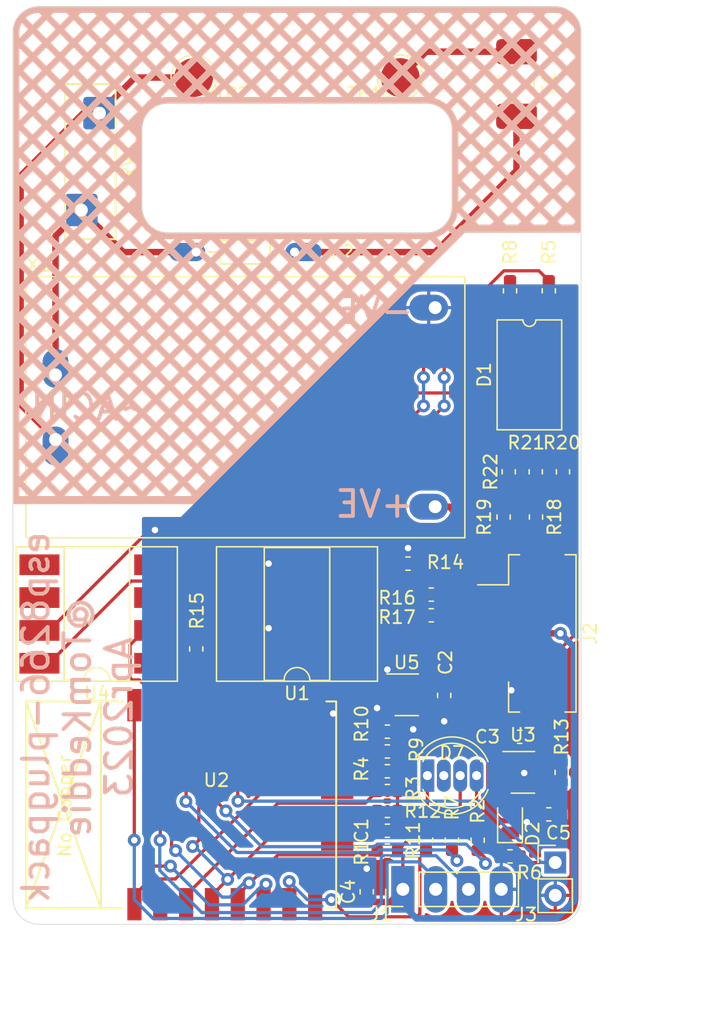
<source format=kicad_pcb>
(kicad_pcb (version 20221018) (generator pcbnew)
  (layers (0 "F.Cu" signal) (31 "B.Cu" signal) (34 "B.Paste" user) (35 "F.Paste" user) (36 "B.SilkS" user "B.Silkscreen") (37 "F.SilkS" user "F.Silkscreen") (38 "B.Mask" user) (39 "F.Mask" user) (44 "Edge.Cuts" user))
  (net 0 "")
  (net 1 "/GPIO16")
  (net 2 "GND")
  (net 3 "+5V")
  (net 4 "+3.3V")
  (net 5 "Net-(D1-+)")
  (net 6 "Net-(D1--)")
  (net 7 "/AC16B")
  (net 8 "/AC16A")
  (net 9 "Net-(D2-K)")
  (net 10 "Net-(D7-RK)")
  (net 11 "Net-(D7-GK)")
  (net 12 "Net-(D7-BK)")
  (net 13 "Net-(F1-Pad1)")
  (net 14 "Net-(F1-Pad2)")
  (net 15 "Net-(X1-ACIN1)")
  (net 16 "/TXD")
  (net 17 "/RXD")
  (net 18 "/GPIO0")
  (net 19 "/GPIO14")
  (net 20 "/GPIO4")
  (net 21 "/CH_PD")
  (net 22 "/REST")
  (net 23 "Net-(R5-Pad2)")
  (net 24 "/GPIO5")
  (net 25 "Net-(R8-Pad1)")
  (net 26 "/GPIO2")
  (net 27 "/GPIO15")
  (net 28 "/GPIO13")
  (net 29 "Net-(U3-VOUT)")
  (net 30 "Net-(R14-Pad2)")
  (net 31 "Net-(R15-Pad1)")
  (net 32 "Net-(X1-ACIN2)")
  (net 33 "/DC14IN")
  (net 35 "/GPIO12")
  (net 37 "/DC12OUT")
  (net 38 "/DC12OUT_5V")
  (net 39 "VCC")
  (net 40 "Net-(J2-Pin_2)")
  (net 41 "Net-(J2-Pin_3)")
  (footprint "tom-mechanical:TestPoint_Pad_D3.0mm" (layer "F.Cu") (at 108 70)
    (fp_text reference "TP1")
    (fp_text value "AC_L")
  )
  (footprint "tom-passives:R_0603_1608Metric" (layer "F.Cu") (at 120.6 100.5 -90)
    (fp_text reference "R20")
    (fp_text value "0")
  )
  (footprint "tom-passives:RV_Disc_D12mm_W3.9mm_P7.5mm" (layer "F.Cu") (at 83.3 80.25 90)
    (fp_text reference "RV1")
    (fp_text value "MOV-10D561K")
  )
  (footprint "tom-passives:R_0603_1608Metric" (layer "F.Cu") (at 113.99 129 -90)
    (fp_text reference "R2")
    (fp_text value "1k")
  )
  (footprint "tom-passives:R_0603_1608Metric" (layer "F.Cu") (at 116.4 100.5 -90)
    (fp_text reference "R22")
    (fp_text value "0")
  )
  (footprint "tom-semiconductors:SOT-23-5" (layer "F.Cu") (at 117.5 123.75)
    (fp_text reference "U3")
    (fp_text value "AP2112K-3.3")
  )
  (footprint "tom-passives:R_0603_1608Metric" (layer "F.Cu") (at 120.5 123.75 -90)
    (fp_text reference "R13")
    (fp_text value "0")
  )
  (footprint "tom-passives:R_0603_1608Metric" (layer "F.Cu") (at 110.4 110)
    (fp_text reference "R16")
    (fp_text value "0")
  )
  (footprint "tom-passives:C_0603_1608Metric" (layer "F.Cu") (at 105.4 132.9875 90)
    (fp_text reference "C4")
    (fp_text value "10uF,10V,X5R ")
  )
  (footprint "tom-passives:R_0603_1608Metric" (layer "F.Cu") (at 112 129 -90)
    (fp_text reference "R7")
    (fp_text value "1k")
  )
  (footprint "tom-passives:C_0603_1608Metric" (layer "F.Cu") (at 111.4 117.8 -90)
    (fp_text reference "C2")
    (fp_text value "100nF,50V,X7R ")
  )
  (footprint "tom-semiconductors:DIP-8_W8.89mm_SMDSocket_LongPads" (layer "F.Cu") (at 84.5 111.5 180)
    (fp_text reference "U4")
    (fp_text value "LTV-826S")
  )
  (footprint "tom-passives:R_0603_1608Metric" (layer "F.Cu") (at 110 129 -90)
    (fp_text reference "R11")
    (fp_text value "1k")
  )
  (footprint "tom-opto:LED_D5.0mm-4_RGB" (layer "F.Cu") (at 110.1 124)
    (fp_text reference "D7")
    (fp_text value "LED_RGBA")
  )
  (footprint "tom-connectors:PinHeader_1x04_P2.54mm_Vertical" (layer "F.Cu") (at 108.2 132.8 90)
    (fp_text reference "J1")
    (fp_text value "Conn_01x04")
  )
  (footprint "tom-modules:ESP-12E_SMD" (layer "F.Cu") (at 87.4125 133.25 90)
    (fp_text reference "U2")
    (fp_text value "ESP-12" hide)
  )
  (footprint "tom-passives:R_0603_1608Metric" (layer "F.Cu") (at 118.51 104 -90)
    (fp_text reference "R18")
    (fp_text value "0")
  )
  (footprint "tom-connectors:PinHeader_1x02_P2.54mm_Vertical" (layer "F.Cu") (at 120 130.725)
    (fp_text reference "J3")
    (fp_text value "Conn_01x02")
  )
  (footprint "tom-passives:C_0603_1608Metric" (layer "F.Cu") (at 107 128.266665)
    (fp_text reference "C1")
    (fp_text value "1uF,50V,X5R ")
  )
  (footprint "tom-passives:R_0603_1608Metric" (layer "F.Cu") (at 107 120.6)
    (fp_text reference "R10")
    (fp_text value "10k")
  )
  (footprint "tom-semiconductors:Diode_Bridge_MBnnS" (layer "F.Cu") (at 118 93)
    (fp_text reference "D1")
    (fp_text value "MB10S")
  )
  (footprint "tom-passives:R_0603_1608Metric" (layer "F.Cu") (at 107 125.199999 180)
    (fp_text reference "R3")
    (fp_text value "10k")
  )
  (footprint "tom-passives:C_0603_1608Metric" (layer "F.Cu") (at 117.25 121)
    (fp_text reference "C3")
    (fp_text value "10uF,25V,X5R ")
  )
  (footprint "tom-semiconductors:SOT-23-5" (layer "F.Cu") (at 108.5 117.75)
    (fp_text reference "U5")
    (fp_text value "74LVC1G125")
  )
  (footprint "tom-mechanical:TestPoint_Pad_D3.0mm" (layer "F.Cu") (at 92 70)
    (fp_text reference "TP2")
    (fp_text value "AC_N")
  )
  (footprint "tom-passives:Fuse_2410" (layer "F.Cu") (at 117 70.5 -90)
    (fp_text reference "F1")
    (fp_text value "100mA")
  )
  (footprint "tom-passives:R_0603_1608Metric" (layer "F.Cu") (at 107 123.666666 180)
    (fp_text reference "R4")
    (fp_text value "10k")
  )
  (footprint "tom-passives:C_0603_1608Metric" (layer "F.Cu") (at 119.5 127 180)
    (fp_text reference "C5")
    (fp_text value "10uF,25V,X5R ")
  )
  (footprint "tom-connectors:JST_PH_B4B-PH-SM4-TB_1x04-1MP_P2.00mm_Vertical" (layer "F.Cu") (at 117.25 113 -90)
    (fp_text reference "J2")
    (fp_text value "Conn_01x04")
  )
  (footprint "tom-passives:R_0603_1608Metric" (layer "F.Cu") (at 118.49 100.5 -90)
    (fp_text reference "R21")
    (fp_text value "0")
  )
  (footprint "tom-modules:HLK-PMxx" (layer "F.Cu") (at 96 95.5)
    (fp_text reference "X1")
    (fp_text value "HLK-PM01/03")
  )
  (footprint "tom-passives:R_0603_1608Metric" (layer "F.Cu") (at 110.4 111.6)
    (fp_text reference "R17")
    (fp_text value "0")
  )
  (footprint "tom-mechanical:PCB_ALIEXPRESS_PLUGPACK_1" (layer "F.Cu") (at 100 100)
    (fp_text reference "H1" hide)
    (fp_text value "PCB OUTLINE" hide)
    (fp_line (start -22 -33.5) (end -22 33.5) (stroke (width 0.05)) (layer "Edge.Cuts"))
    (fp_line (start -20 -35.5) (end 20 -35.5) (stroke (width 0.05)) (layer "Edge.Cuts"))
    (fp_line (start -12 -26) (end -12 -20) (stroke (width 0.05)) (layer "Edge.Cuts"))
    (fp_line (start -10 -18) (end 10 -18) (stroke (width 0.05)) (layer "Edge.Cuts"))
    (fp_line (start 10 -28) (end -10 -28) (stroke (width 0.05)) (layer "Edge.Cuts"))
    (fp_line (start 12 -20) (end 12 -26) (stroke (width 0.05)) (layer "Edge.Cuts"))
    (fp_line (start 20 35.5) (end -20 35.5) (stroke (width 0.05)) (layer "Edge.Cuts"))
    (fp_line (start 22 33.5) (end 22 -33.5) (stroke (width 0.05)) (layer "Edge.Cuts"))
    (fp_arc (start -22 -33.5) (mid -21.414214 -34.914214) (end -20 -35.5) (stroke (width 0.05)) (layer "Edge.Cuts"))
    (fp_arc (start -20 35.5) (mid -21.414214 34.914214) (end -22 33.5) (stroke (width 0.05)) (layer "Edge.Cuts"))
    (fp_arc (start -12 -26) (mid -11.414214 -27.414214) (end -10 -28) (stroke (width 0.05)) (layer "Edge.Cuts"))
    (fp_arc (start -10 -18) (mid -11.414214 -18.585786) (end -12 -20) (stroke (width 0.05)) (layer "Edge.Cuts"))
    (fp_arc (start 10 -28) (mid 11.414214 -27.414214) (end 12 -26) (stroke (width 0.05)) (layer "Edge.Cuts"))
    (fp_arc (start 12 -20) (mid 11.414214 -18.585786) (end 10 -18) (stroke (width 0.05)) (layer "Edge.Cuts"))
    (fp_arc (start 20 -35.5) (mid 21.414214 -34.914214) (end 22 -33.5) (stroke (width 0.05)) (layer "Edge.Cuts"))
    (fp_arc (start 22 33.5) (mid 21.414214 34.914214) (end 20 35.5) (stroke (width 0.05)) (layer "Edge.Cuts"))
  )
  (footprint "tom-passives:R_0603_1608Metric" (layer "F.Cu") (at 108.6 107.6 180)
    (fp_text reference "R14")
    (fp_text value "330")
  )
  (footprint "tom-passives:R_0603_1608Metric" (layer "F.Cu") (at 116.5 130.25)
    (fp_text reference "R6")
    (fp_text value "1k")
  )
  (footprint "tom-passives:R_0603_1608Metric" (layer "F.Cu") (at 119.5 86.5 90)
    (fp_text reference "R5")
    (fp_text value "10k")
  )
  (footprint "tom-semiconductors:DIP-8_W8.89mm_SMDSocket_LongPads" (layer "F.Cu") (at 100 111.5 180)
    (fp_text reference "U1")
    (fp_text value "LTV-826S")
  )
  (footprint "tom-passives:R_0603_1608Metric" (layer "F.Cu") (at 116.5 86.5 -90)
    (fp_text reference "R8")
    (fp_text value "10k")
  )
  (footprint "tom-passives:R_0603_1608Metric" (layer "F.Cu") (at 107 126.733332 180)
    (fp_text reference "R12")
    (fp_text value "10k")
  )
  (footprint "tom-passives:R_0603_1608Metric" (layer "F.Cu") (at 107 122.133333 180)
    (fp_text reference "R9")
    (fp_text value "10k")
  )
  (footprint "tom-passives:R_0603_1608Metric" (layer "F.Cu") (at 107 129.8 180)
    (fp_text reference "R1")
    (fp_text value "10k")
  )
  (footprint "tom-passives:R_Axial_DIN0204_L3.6mm_D1.6mm_P7.62mm_Horizontal" (layer "F.Cu") (at 99.81 83.5 180)
    (fp_text reference "F2")
    (fp_text value "Thermal")
  )
  (footprint "tom-passives:R_0603_1608Metric" (layer "F.Cu") (at 92.2 114.2 90)
    (fp_text reference "R15")
    (fp_text value "330")
  )
  (footprint "tom-opto:LED_0805_2012Metric" (layer "F.Cu") (at 116.5 127.5 90)
    (fp_text reference "D2")
    (fp_text value "LED")
  )
  (footprint "tom-passives:R_0603_1608Metric" (layer "F.Cu") (at 116 104 -90)
    (fp_text reference "R19")
    (fp_text value "0")
  )
  (gr_text "esp8266-plugpack\n@TomKeddie\nApr2023" (at 83 119.5 90) (layer "B.SilkS") (effects (font (size 2 2) (thickness 0.3)) (justify mirror)))
  (segment (start 92.4 117.2) (end 92.4 129) (width 0.25) (layer "F.Cu") (net 1))
  (segment (start 94.29 115.31) (end 92.4 117.2) (width 0.25) (layer "F.Cu") (net 1))
  (segment (start 106.2125 126.733332) (end 106.2125 128.266665) (width 0.25) (layer "F.Cu") (net 1))
  (segment (start 92.4 129) (end 91.91699 129.48301) (width 0.25) (layer "F.Cu") (net 1))
  (segment (start 106.2125 128.266665) (end 98.395835 128.266665) (width 0.25) (layer "F.Cu") (net 1))
  (segment (start 95.555 115.31) (end 94.29 115.31) (width 0.25) (layer "F.Cu") (net 1))
  (segment (start 98.395835 128.266665) (end 93.4125 133.25) (width 0.25) (layer "F.Cu") (net 1))
  (via (at 94.63125 132.03125) (size 1) (drill 0.5) (layers "F.Cu" "B.Cu") (net 1))
  (via (at 91.91699 129.48301) (size 1) (drill 0.5) (layers "F.Cu" "B.Cu") (net 1))
  (segment (start 94.63125 132.03125) (end 92.08301 129.48301) (width 0.25) (layer "B.Cu") (net 1))
  (segment (start 92.08301 129.48301) (end 91.91699 129.48301) (width 0.25) (layer "B.Cu") (net 1))
  (segment (start 117.55 123.75) (end 117.6 123.8) (width 0.5) (layer "F.Cu") (net 2))
  (segment (start 95.555 107.69) (end 97.71 107.69) (width 0.25) (layer "F.Cu") (net 2))
  (segment (start 101.4125 119.25) (end 102.75 119.25) (width 0.5) (layer "F.Cu") (net 2))
  (segment (start 97.71 107.69) (end 97.8 107.6) (width 0.25) (layer "F.Cu") (net 2))
  (segment (start 80.055 112.77) (end 80.805 112.77) (width 0.25) (layer "F.Cu") (net 2))
  (segment (start 107.4 116.2) (end 107 115.8) (width 0.25) (layer "F.Cu") (net 2))
  (segment (start 107.025 121.3625) (end 107.7875 120.6) (width 0.25) (layer "F.Cu") (net 2))
  (segment (start 106.2755 118.7) (end 106.2 118.7755) (width 0.25) (layer "F.Cu") (net 2))
  (segment (start 108.8245 120.6) (end 109 120.4245) (width 0.25) (layer "F.Cu") (net 2))
  (segment (start 116.75 116) (end 116.75 117.25) (width 0.5) (layer "F.Cu") (net 2))
  (segment (start 105.4 132.2) (end 105.4 131.2) (width 0.25) (layer "F.Cu") (net 2))
  (segment (start 118.4 127) (end 117.8 127.6) (width 0.25) (layer "F.Cu") (net 2))
  (segment (start 102.75 119.25) (end 102.8 119.2) (width 0.5) (layer "F.Cu") (net 2))
  (segment (start 80.805 112.77) (end 88.575 105) (width 0.25) (layer "F.Cu") (net 2))
  (segment (start 107.7875 128.266665) (end 107.025 127.504165) (width 0.25) (layer "F.Cu") (net 2))
  (segment (start 111.4 118.5875) (end 111.4 119.8) (width 0.25) (layer "F.Cu") (net 2))
  (segment (start 97.63 112.77) (end 97.8 112.6) (width 0.25) (layer "F.Cu") (net 2))
  (segment (start 107.4 116.8) (end 107.4 116.2) (width 0.25) (layer "F.Cu") (net 2))
  (segment (start 118.7125 127) (end 118.4 127) (width 0.25) (layer "F.Cu") (net 2))
  (segment (start 116.75 117.25) (end 116.6 117.4) (width 0.5) (layer "F.Cu") (net 2))
  (segment (start 116.4 123.75) (end 117.55 123.75) (width 0.5) (layer "F.Cu") (net 2))
  (segment (start 107.025 127.504165) (end 107.025 121.3625) (width 0.25) (layer "F.Cu") (net 2))
  (segment (start 107.4 118.7) (end 106.2755 118.7) (width 0.25) (layer "F.Cu") (net 2))
  (segment (start 107.7875 120.6) (end 108.8245 120.6) (width 0.25) (layer "F.Cu") (net 2))
  (segment (start 95.555 112.77) (end 97.63 112.77) (width 0.25) (layer "F.Cu") (net 2))
  (segment (start 109.3875 107.6) (end 109.3875 107.1875) (width 0.25) (layer "F.Cu") (net 2))
  (segment (start 109.3875 107.1875) (end 108.6 106.4) (width 0.25) (layer "F.Cu") (net 2))
  (segment (start 88.575 105) (end 89 105) (width 0.25) (layer "F.Cu") (net 2))
  (via (at 107 115.8) (size 1) (drill 0.5) (layers "F.Cu" "B.Cu") (net 2))
  (via (at 117.8 127.6) (size 1) (drill 0.5) (layers "F.Cu" "B.Cu") (net 2))
  (via (at 108.6 106.4) (size 1) (drill 0.5) (layers "F.Cu" "B.Cu") (net 2))
  (via (at 117.6 123.8) (size 1) (drill 0.5) (layers "F.Cu" "B.Cu") (net 2))
  (via (at 89 105) (size 1) (drill 0.5) (layers "F.Cu" "B.Cu") (net 2))
  (via (at 97.8 107.6) (size 1) (drill 0.5) (layers "F.Cu" "B.Cu") (net 2))
  (via (at 111.4 119.8) (size 1) (drill 0.5) (layers "F.Cu" "B.Cu") (net 2))
  (via (at 97.8 112.6) (size 1) (drill 0.5) (layers "F.Cu" "B.Cu") (net 2))
  (via (at 106.2 118.7755) (size 1) (drill 0.5) (layers "F.Cu" "B.Cu") (net 2))
  (via (at 109 120.4245) (size 1) (drill 0.5) (layers "F.Cu" "B.Cu") (net 2))
  (via (at 102.8 119.2) (size 1) (drill 0.5) (layers "F.Cu" "B.Cu") (net 2))
  (via (at 105.4 131.2) (size 1) (drill 0.5) (layers "F.Cu" "B.Cu") (net 2))
  (via (at 116.6 117.4) (size 1) (drill 0.5) (layers "F.Cu" "B.Cu") (net 2))
  (segment (start 116.4625 121) (end 116.4625 122.7375) (width 0.5) (layer "F.Cu") (net 3))
  (segment (start 116.2625 121.2) (end 116.4625 121) (width 0.5) (layer "F.Cu") (net 3))
  (segment (start 114 121.2) (end 116.2625 121.2) (width 0.5) (layer "F.Cu") (net 3))
  (segment (start 116.4 122.8) (end 115.37 122.8) (width 0.5) (layer "F.Cu") (net 3))
  (segment (start 112.8 120) (end 114 121.2) (width 0.5) (layer "F.Cu") (net 3))
  (segment (start 111.4 117.0125) (end 109.8125 117.0125) (width 0.5) (layer "F.Cu") (net 3))
  (segment (start 115.37 124.7) (end 116.4 124.7) (width 0.5) (layer "F.Cu") (net 3))
  (segment (start 115.344501 124.674501) (end 115.37 124.7) (width 0.5) (layer "F.Cu") (net 3))
  (segment (start 111.4125 117) (end 111.4 117.0125) (width 0.5) (layer "F.Cu") (net 3))
  (segment (start 112.8 117) (end 112.8 120) (width 0.5) (layer "F.Cu") (net 3))
  (segment (start 112.8 117) (end 112.8 113.2125) (width 0.5) (layer "F.Cu") (net 3))
  (segment (start 112.8 113.2125) (end 111.1875 111.6) (width 0.5) (layer "F.Cu") (net 3))
  (segment (start 115.344501 122.825499) (end 115.344501 124.674501) (width 0.5) (layer "F.Cu") (net 3))
  (segment (start 109.8125 117.0125) (end 109.6 116.8) (width 0.5) (layer "F.Cu") (net 3))
  (segment (start 112.8 117) (end 111.4125 117) (width 0.5) (layer "F.Cu") (net 3))
  (segment (start 115.37 122.8) (end 115.344501 122.825499) (width 0.5) (layer "F.Cu") (net 3))
  (segment (start 116.4625 122.7375) (end 116.4 122.8) (width 0.5) (layer "F.Cu") (net 3))
  (segment (start 111.003333 122.133333) (end 111.37 122.5) (width 0.25) (layer "F.Cu") (net 4))
  (segment (start 114 122) (end 111.87 122) (width 0.25) (layer "F.Cu") (net 4))
  (segment (start 111.1875 110) (end 111.1875 110.179245) (width 0.5) (layer "F.Cu") (net 4))
  (segment (start 105.2 119.6) (end 109.8 119.6) (width 0.25) (layer "F.Cu") (net 4))
  (segment (start 92.2 113.4125) (end 92.2 112.48931) (width 0.25) (layer "F.Cu") (net 4))
  (segment (start 94.2 106.2) (end 97.6 106.2) (width 0.25) (layer "F.Cu") (net 4))
  (segment (start 108.55 127.495832) (end 108.55 129.0375) (width 0.25) (layer "F.Cu") (net 4))
  (segment (start 105.4 133.775) (end 107.225 133.775) (width 0.5) (layer "F.Cu") (net 4))
  (segment (start 99.2 107.8) (end 99.2 113.6) (width 0.25) (layer "F.Cu") (net 4))
  (segment (start 116.261276 126.5625) (end 114.77 125.071224) (width 0.25) (layer "F.Cu") (net 4))
  (segment (start 93.68 106.72) (end 94.2 106.2) (width 0.25) (layer "F.Cu") (net 4))
  (segment (start 104.225 132.6) (end 105.4 133.775) (width 0.5) (layer "F.Cu") (net 4))
  (segment (start 110.2 120) (end 110.2 122.133333) (width 0.25) (layer "F.Cu") (net 4))
  (segment (start 92.2 112.48931) (end 93.68 111.00931) (width 0.25) (layer "F.Cu") (net 4))
  (segment (start 108.55 129.0375) (end 107.7875 129.8) (width 0.25) (layer "F.Cu") (net 4))
  (segment (start 116.5 126.5625) (end 116.261276 126.5625) (width 0.25) (layer "F.Cu") (net 4))
  (segment (start 110.2 122.133333) (end 111.003333 122.133333) (width 0.25) (layer "F.Cu") (net 4))
  (segment (start 108.2 130.2125) (end 107.7875 129.8) (width 0.25) (layer "F.Cu") (net 4))
  (segment (start 111.87 122) (end 111.37 122.5) (width 0.25) (layer "F.Cu") (net 4))
  (segment (start 116.8625 126.2) (end 119.4875 126.2) (width 0.25) (layer "F.Cu") (net 4))
  (segment (start 120.5 124.5375) (end 120.5 126.7875) (width 0.25) (layer "F.Cu") (net 4))
  (segment (start 111.1875 110.179245) (end 114.008255 113) (width 0.5) (layer "F.Cu") (net 4))
  (segment (start 97.6 106.2) (end 99.2 107.8) (width 0.25) (layer "F.Cu") (net 4))
  (segment (start 116.5 126.5625) (end 116.8625 126.2) (width 0.25) (layer "F.Cu") (net 4))
  (segment (start 101.4125 132.9875) (end 101.8 132.6) (width 0.5) (layer "F.Cu") (net 4))
  (segment (start 107.7875 122.133333) (end 110.2 122.133333) (width 0.25) (layer "F.Cu") (net 4))
  (segment (start 114.77 125.071224) (end 114.77 122.77) (width 0.25) (layer "F.Cu") (net 4))
  (segment (start 109.8 119.6) (end 110.2 120) (width 0.25) (layer "F.Cu") (net 4))
  (segment (start 99.2 113.6) (end 105.2 119.6) (width 0.25) (layer "F.Cu") (net 4))
  (segment (start 114.77 122.77) (end 114 122) (width 0.25) (layer "F.Cu") (net 4))
  (segment (start 107.225 133.775) (end 108.2 132.8) (width 0.5) (layer "F.Cu") (net 4))
  (segment (start 107.7875 122.133333) (end 107.7875 126.733332) (width 0.25) (layer "F.Cu") (net 4))
  (segment (start 107.7875 126.733332) (end 108.55 127.495832) (width 0.25) (layer "F.Cu") (net 4))
  (segment (start 93.68 111.00931) (end 93.68 106.72) (width 0.25) (layer "F.Cu") (net 4))
  (segment (start 101.8 132.6) (end 104.225 132.6) (width 0.5) (layer "F.Cu") (net 4))
  (segment (start 111.37 122.5) (end 111.37 124) (width 0.25) (layer "F.Cu") (net 4))
  (segment (start 114.008255 113) (end 120.4 113) (width 0.5) (layer "F.Cu") (net 4))
  (segment (start 108.2 133) (end 108.2 130.2125) (width 0.25) (layer "F.Cu") (net 4))
  (segment (start 101.4125 133.25) (end 101.4125 132.9875) (width 0.5) (layer "F.Cu") (net 4))
  (segment (start 119.4875 126.2) (end 120.2875 127) (width 0.25) (layer "F.Cu") (net 4))
  (segment (start 120.5 126.7875) (end 120.2875 127) (width 0.25) (layer "F.Cu") (net 4))
  (via (at 120.4 113) (size 1) (drill 0.5) (layers "F.Cu" "B.Cu") (net 4))
  (segment (start 121.448891 133.700427) (end 120.149318 135) (width 0.5) (layer "B.Cu") (net 4))
  (segment (start 117.2 135) (end 117.15 135.05) (width 0.5) (layer "B.Cu") (net 4))
  (segment (start 117.15 135.05) (end 109.25 135.05) (width 0.5) (layer "B.Cu") (net 4))
  (segment (start 108.2 134) (end 108.2 132.8) (width 0.5) (layer "B.Cu") (net 4))
  (segment (start 120.4 113) (end 121.448891 114.048891) (width 0.5) (layer "B.Cu") (net 4))
  (segment (start 120.149318 135) (end 117.2 135) (width 0.5) (layer "B.Cu") (net 4))
  (segment (start 121.448891 114.048891) (end 121.448891 133.700427) (width 0.5) (layer "B.Cu") (net 4))
  (segment (start 109.25 135.05) (end 108.2 134) (width 0.5) (layer "B.Cu") (net 4))
  (segment (start 119.2 87.5875) (end 119.2 90) (width 0.25) (layer "F.Cu") (net 5))
  (segment (start 119.5 87.2875) (end 119.2 87.5875) (width 0.25) (layer "F.Cu") (net 5))
  (segment (start 116.5 87.2875) (end 116.8 87.5875) (width 0.25) (layer "F.Cu") (net 6))
  (segment (start 116.8 87.5875) (end 116.8 90) (width 0.25) (layer "F.Cu") (net 6))
  (segment (start 116.8 96) (end 116.8 98.0225) (width 0.25) (layer "F.Cu") (net 7))
  (segment (start 116.8 98.0225) (end 118.49 99.7125) (width 0.25) (layer "F.Cu") (net 7))
  (segment (start 121.6 98.4) (end 121.6 101.531479) (width 0.25) (layer "F.Cu") (net 8))
  (segment (start 119.2 96) (end 121.6 98.4) (width 0.25) (layer "F.Cu") (net 8))
  (segment (start 119.918979 103.2125) (end 118.51 103.2125) (width 0.25) (layer "F.Cu") (net 8))
  (segment (start 121.6 101.531479) (end 119.918979 103.2125) (width 0.25) (layer "F.Cu") (net 8))
  (segment (start 116.5 128.4375) (end 116.5 129.4625) (width 0.25) (layer "F.Cu") (net 9))
  (segment (start 116.5 129.4625) (end 115.7125 130.25) (width 0.25) (layer "F.Cu") (net 9))
  (segment (start 110.1 124) (end 110.1 128.1125) (width 0.25) (layer "F.Cu") (net 10))
  (segment (start 110.1 128.1125) (end 110 128.2125) (width 0.25) (layer "F.Cu") (net 10))
  (segment (start 112.64 127.5725) (end 112 128.2125) (width 0.25) (layer "F.Cu") (net 11))
  (segment (start 112.64 124) (end 112.64 127.5725) (width 0.25) (layer "F.Cu") (net 11))
  (segment (start 113.91 124) (end 113.91 128.1325) (width 0.25) (layer "F.Cu") (net 12))
  (segment (start 113.91 128.1325) (end 113.99 128.2125) (width 0.25) (layer "F.Cu") (net 12))
  (segment (start 117 68) (end 110 68) (width 0.5) (layer "F.Cu") (net 13))
  (segment (start 110 68) (end 108 70) (width 0.5) (layer "F.Cu") (net 13))
  (segment (start 99.81 83.5) (end 110.7 83.5) (width 0.5) (layer "F.Cu") (net 14))
  (segment (start 117 77.2) (end 117 73) (width 0.5) (layer "F.Cu") (net 14))
  (segment (start 110.7 83.5) (end 117 77.2) (width 0.5) (layer "F.Cu") (net 14))
  (segment (start 81.3 93) (end 81.3 82.25) (width 0.5) (layer "F.Cu") (net 15))
  (segment (start 81.3 82.25) (end 83.3 80.25) (width 0.5) (layer "F.Cu") (net 15))
  (segment (start 86.55 83.5) (end 83.3 80.25) (width 0.5) (layer "F.Cu") (net 15))
  (segment (start 92.19 83.5) (end 86.55 83.5) (width 0.5) (layer "F.Cu") (net 15))
  (segment (start 87.4 129) (end 87.4 119.2625) (width 0.25) (layer "F.Cu") (net 16))
  (segment (start 87.4 119.2625) (end 87.4125 119.25) (width 0.25) (layer "F.Cu") (net 16))
  (via (at 87.4 129) (size 1) (drill 0.5) (layers "F.Cu" "B.Cu") (net 16))
  (segment (start 106.975 130.7) (end 106.975 134.625) (width 0.25) (layer "B.Cu") (net 16))
  (segment (start 110.74 132.8) (end 110.74 131.99) (width 0.25) (layer "B.Cu") (net 16))
  (segment (start 110.74 131.99) (end 109.425 130.675) (width 0.25) (layer "B.Cu") (net 16))
  (segment (start 106.975 134.625) (end 106.55 135.05) (width 0.25) (layer "B.Cu") (net 16))
  (segment (start 106.55 135.05) (end 88.85 135.05) (width 0.25) (layer "B.Cu") (net 16))
  (segment (start 88.85 135.05) (end 87.4 133.6) (width 0.25) (layer "B.Cu") (net 16))
  (segment (start 109.425 130.675) (end 107 130.675) (width 0.25) (layer "B.Cu") (net 16))
  (segment (start 107 130.675) (end 106.975 130.7) (width 0.25) (layer "B.Cu") (net 16))
  (segment (start 87.4 133.6) (end 87.4 129) (width 0.25) (layer "B.Cu") (net 16))
  (segment (start 89.4125 128.9875) (end 89.4 129) (width 0.25) (layer "F.Cu") (net 17))
  (segment (start 89.4125 119.25) (end 89.4125 128.9875) (width 0.25) (layer "F.Cu") (net 17))
  (via (at 89.4 129) (size 1) (drill 0.5) (layers "F.Cu" "B.Cu") (net 17))
  (segment (start 92.63398 134.6) (end 89.3755 131.34152) (width 0.25) (layer "B.Cu") (net 17))
  (segment (start 105.8 134.6) (end 92.63398 134.6) (width 0.25) (layer "B.Cu") (net 17))
  (segment (start 110.772412 130.2) (end 113.28 132.707588) (width 0.25) (layer "B.Cu") (net 17))
  (segment (start 105.8 134.6) (end 106.525499 133.874501) (width 0.25) (layer "B.Cu") (net 17))
  (segment (start 106.6 130.2) (end 110.772412 130.2) (width 0.25) (layer "B.Cu") (net 17))
  (segment (start 106.525499 130.274501) (end 106.6 130.2) (width 0.25) (layer "B.Cu") (net 17))
  (segment (start 113.28 132.707588) (end 113.28 132.8) (width 0.25) (layer "B.Cu") (net 17))
  (segment (start 106.525499 133.874501) (end 106.525499 130.274501) (width 0.25) (layer "B.Cu") (net 17))
  (segment (start 89.3755 129.0245) (end 89.4 129) (width 0.25) (layer "B.Cu") (net 17))
  (segment (start 89.3755 131.34152) (end 89.3755 129.0245) (width 0.25) (layer "B.Cu") (net 17))
  (segment (start 95.4125 125.959372) (end 95.429327 125.976199) (width 0.25) (layer "F.Cu") (net 18))
  (segment (start 120 130.725) (end 117.7625 130.725) (width 0.25) (layer "F.Cu") (net 18))
  (segment (start 117.7625 130.725) (end 117.2875 130.25) (width 0.25) (layer "F.Cu") (net 18))
  (segment (start 95.4125 119.25) (end 95.4125 125.959372) (width 0.25) (layer "F.Cu") (net 18))
  (via (at 95.429327 125.976199) (size 1) (drill 0.5) (layers "F.Cu" "B.Cu") (net 18))
  (segment (start 114.151199 125.976199) (end 118.9 130.725) (width 0.25) (layer "B.Cu") (net 18))
  (segment (start 95.429327 125.976199) (end 114.151199 125.976199) (width 0.25) (layer "B.Cu") (net 18))
  (segment (start 118.9 130.725) (end 120 130.725) (width 0.25) (layer "B.Cu") (net 18))
  (segment (start 90.2875 117.3125) (end 90.2875 129.4875) (width 0.25) (layer "F.Cu") (net 19))
  (segment (start 90.2875 129.4875) (end 90.6 129.8) (width 0.25) (layer "F.Cu") (net 19))
  (segment (start 95.095 110.23) (end 93.4 111.925) (width 0.25) (layer "F.Cu") (net 19))
  (segment (start 95.555 110.23) (end 95.095 110.23) (width 0.25) (layer "F.Cu") (net 19))
  (segment (start 93.4 115.2) (end 92.2 116.4) (width 0.25) (layer "F.Cu") (net 19))
  (segment (start 93.4 111.925) (end 93.4 115.2) (width 0.25) (layer "F.Cu") (net 19))
  (segment (start 105.8775 130.135) (end 98.5275 130.135) (width 0.25) (layer "F.Cu") (net 19))
  (segment (start 91.2 116.4) (end 90.2875 117.3125) (width 0.25) (layer "F.Cu") (net 19))
  (segment (start 98.5275 130.135) (end 95.4125 133.25) (width 0.25) (layer "F.Cu") (net 19))
  (segment (start 106.2125 129.8) (end 105.8775 130.135) (width 0.25) (layer "F.Cu") (net 19))
  (segment (start 92.2 116.4) (end 91.2 116.4) (width 0.25) (layer "F.Cu") (net 19))
  (via (at 90.6 129.8) (size 1) (drill 0.5) (layers "F.Cu" "B.Cu") (net 19))
  (via (at 96.287863 132.301134) (size 1) (drill 0.5) (layers "F.Cu" "B.Cu") (net 19))
  (segment (start 94.2 133.4) (end 94.8 133.4) (width 0.25) (layer "B.Cu") (net 19))
  (segment (start 90.6 129.8) (end 94.2 133.4) (width 0.25) (layer "B.Cu") (net 19))
  (segment (start 94.8 133.4) (end 95.898866 132.301134) (width 0.25) (layer "B.Cu") (net 19))
  (segment (start 95.898866 132.301134) (end 96.287863 132.301134) (width 0.25) (layer "B.Cu") (net 19))
  (segment (start 114.6 130.3975) (end 113.99 129.7875) (width 0.25) (layer "F.Cu") (net 20))
  (segment (start 93.4125 125.64648) (end 94.497348 126.731328) (width 0.25) (layer "F.Cu") (net 20))
  (segment (start 114.6 130.8) (end 114.6 130.3975) (width 0.25) (layer "F.Cu") (net 20))
  (segment (start 93.4125 119.25) (end 93.4125 125.64648) (width 0.25) (layer "F.Cu") (net 20))
  (via (at 94.497348 126.731328) (size 1) (drill 0.5) (layers "F.Cu" "B.Cu") (net 20))
  (via (at 114.6 130.8) (size 1) (drill 0.5) (layers "F.Cu" "B.Cu") (net 20))
  (segment (start 113.100998 129.300998) (end 106.227622 129.300998) (width 0.25) (layer "B.Cu") (net 20))
  (segment (start 106.027622 129.500998) (end 97.267018 129.500998) (width 0.25) (layer "B.Cu") (net 20))
  (segment (start 97.267018 129.500998) (end 94.497348 126.731328) (width 0.25) (layer "B.Cu") (net 20))
  (segment (start 106.227622 129.300998) (end 106.027622 129.500998) (width 0.25) (layer "B.Cu") (net 20))
  (segment (start 114.6 130.8) (end 113.100998 129.300998) (width 0.25) (layer "B.Cu") (net 20))
  (segment (start 98.5275 126.135) (end 91.4125 133.25) (width 0.25) (layer "F.Cu") (net 21))
  (segment (start 105.277499 126.135) (end 98.5275 126.135) (width 0.25) (layer "F.Cu") (net 21))
  (segment (start 106.2125 125.199999) (end 105.277499 126.135) (width 0.25) (layer "F.Cu") (net 21))
  (segment (start 106.2125 123.666666) (end 105.744166 124.135) (width 0.25) (layer "F.Cu") (net 22))
  (segment (start 98.436546 124.135) (end 90.571546 132) (width 0.25) (layer "F.Cu") (net 22))
  (segment (start 90.571546 132) (end 88.6625 132) (width 0.25) (layer "F.Cu") (net 22))
  (segment (start 105.744166 124.135) (end 98.436546 124.135) (width 0.25) (layer "F.Cu") (net 22))
  (segment (start 88.6625 132) (end 87.4125 133.25) (width 0.25) (layer "F.Cu") (net 22))
  (segment (start 104.445 115.31) (end 104.11 115.31) (width 0.25) (layer "F.Cu") (net 23))
  (segment (start 100.6 104.6) (end 109.8 95.4) (width 0.25) (layer "F.Cu") (net 23))
  (segment (start 112.6 88.8) (end 112.6 88.368521) (width 0.25) (layer "F.Cu") (net 23))
  (segment (start 116.018521 84.95) (end 118.7375 84.95) (width 0.25) (layer "F.Cu") (net 23))
  (segment (start 109.8 93.2) (end 109.8 91.6) (width 0.25) (layer "F.Cu") (net 23))
  (segment (start 112.6 88.368521) (end 116.018521 84.95) (width 0.25) (layer "F.Cu") (net 23))
  (segment (start 104.11 115.31) (end 100.6 111.8) (width 0.25) (layer "F.Cu") (net 23))
  (segment (start 100.6 111.8) (end 100.6 104.6) (width 0.25) (layer "F.Cu") (net 23))
  (segment (start 109.8 91.6) (end 112.6 88.8) (width 0.25) (layer "F.Cu") (net 23))
  (segment (start 118.7375 84.95) (end 119.5 85.7125) (width 0.25) (layer "F.Cu") (net 23))
  (via (at 109.8 93.2) (size 1) (drill 0.5) (layers "F.Cu" "B.Cu") (net 23))
  (via (at 109.8 95.4) (size 1) (drill 0.5) (layers "F.Cu" "B.Cu") (net 23))
  (segment (start 109.8 95.4) (end 109.8 93.2) (width 0.25) (layer "B.Cu") (net 23))
  (segment (start 112 130.192064) (end 112.383374 130.575438) (width 0.25) (layer "F.Cu") (net 24))
  (segment (start 112 129.7875) (end 112 130.192064) (width 0.25) (layer "F.Cu") (net 24))
  (segment (start 91.4125 125.9875) (end 91.4 126) (width 0.25) (layer "F.Cu") (net 24))
  (segment (start 91.4125 119.25) (end 91.4125 125.9875) (width 0.25) (layer "F.Cu") (net 24))
  (via (at 91.4 126) (size 1) (drill 0.5) (layers "F.Cu" "B.Cu") (net 24))
  (via (at 112.383374 130.575438) (size 1) (drill 0.5) (layers "F.Cu" "B.Cu") (net 24))
  (segment (start 106.213811 129.950499) (end 106.413811 129.750499) (width 0.25) (layer "B.Cu") (net 24))
  (segment (start 95.350499 129.950499) (end 106.213811 129.950499) (width 0.25) (layer "B.Cu") (net 24))
  (segment (start 106.413811 129.750499) (end 111.558435 129.750499) (width 0.25) (layer "B.Cu") (net 24))
  (segment (start 91.4 126) (end 95.350499 129.950499) (width 0.25) (layer "B.Cu") (net 24))
  (segment (start 111.558435 129.750499) (end 112.383374 130.575438) (width 0.25) (layer "B.Cu") (net 24))
  (segment (start 111.4 90.8125) (end 116.5 85.7125) (width 0.25) (layer "F.Cu") (net 25))
  (segment (start 101.2 111.325) (end 101.2 105.6) (width 0.25) (layer "F.Cu") (net 25))
  (segment (start 102.645 112.77) (end 101.2 111.325) (width 0.25) (layer "F.Cu") (net 25))
  (segment (start 111.4 93.2) (end 111.4 90.8125) (width 0.25) (layer "F.Cu") (net 25))
  (segment (start 104.445 112.77) (end 102.645 112.77) (width 0.25) (layer "F.Cu") (net 25))
  (segment (start 101.2 105.6) (end 111.4 95.4) (width 0.25) (layer "F.Cu") (net 25))
  (via (at 111.4 93.2) (size 1) (drill 0.5) (layers "F.Cu" "B.Cu") (net 25))
  (via (at 111.4 95.4) (size 1) (drill 0.5) (layers "F.Cu" "B.Cu") (net 25))
  (segment (start 111.4 95.4) (end 111.4 93.2) (width 0.25) (layer "B.Cu") (net 25))
  (segment (start 100.2975 122.135) (end 97.4125 119.25) (width 0.25) (layer "F.Cu") (net 26))
  (segment (start 106.2125 122.133333) (end 106.210833 122.135) (width 0.25) (layer "F.Cu") (net 26))
  (segment (start 106.210833 122.135) (end 100.2975 122.135) (width 0.25) (layer "F.Cu") (net 26))
  (segment (start 100.5475 120.385) (end 99.4125 119.25) (width 0.25) (layer "F.Cu") (net 27))
  (segment (start 105.9975 120.385) (end 100.5475 120.385) (width 0.25) (layer "F.Cu") (net 27))
  (segment (start 106.2125 120.6) (end 105.9975 120.385) (width 0.25) (layer "F.Cu") (net 27))
  (segment (start 102.662002 133.6) (end 103.987002 134.925) (width 0.25) (layer "F.Cu") (net 28))
  (segment (start 109.515 130.2725) (end 110 129.7875) (width 0.25) (layer "F.Cu") (net 28))
  (segment (start 109.515 134.685) (end 109.515 130.2725) (width 0.25) (layer "F.Cu") (net 28))
  (segment (start 109.275 134.925) (end 109.515 134.685) (width 0.25) (layer "F.Cu") (net 28))
  (segment (start 99.4 132.2) (end 99.4 133.2375) (width 0.25) (layer "F.Cu") (net 28))
  (segment (start 103.987002 134.925) (end 109.275 134.925) (width 0.25) (layer "F.Cu") (net 28))
  (segment (start 99.4 133.2375) (end 99.4125 133.25) (width 0.25) (layer "F.Cu") (net 28))
  (via (at 102.662002 133.6) (size 1) (drill 0.5) (layers "F.Cu" "B.Cu") (net 28))
  (via (at 99.4 132.2) (size 1) (drill 0.5) (layers "F.Cu" "B.Cu") (net 28))
  (segment (start 100.8 133.6) (end 99.4 132.2) (width 0.25) (layer "B.Cu") (net 28))
  (segment (start 102.662002 133.6) (end 100.8 133.6) (width 0.25) (layer "B.Cu") (net 28))
  (segment (start 118.7625 122.9625) (end 118.6 122.8) (width 0.25) (layer "F.Cu") (net 29))
  (segment (start 120.5 122.9625) (end 118.7625 122.9625) (width 0.25) (layer "F.Cu") (net 29))
  (segment (start 107.7225 107.69) (end 104.445 107.69) (width 0.25) (layer "F.Cu") (net 30))
  (segment (start 107.8125 107.6) (end 107.7225 107.69) (width 0.25) (layer "F.Cu") (net 30))
  (segment (start 88.945 115.31) (end 91.8775 115.31) (width 0.25) (layer "F.Cu") (net 31))
  (segment (start 91.8775 115.31) (end 92.2 114.9875) (width 0.25) (layer "F.Cu") (net 31))
  (segment (start 87.45 70) (end 84.7 72.75) (width 0.5) (layer "F.Cu") (net 32))
  (segment (start 78.6 95.3) (end 81.3 98) (width 0.5) (layer "F.Cu") (net 32))
  (segment (start 92 70) (end 87.45 70) (width 0.5) (layer "F.Cu") (net 32))
  (segment (start 83.45 72.75) (end 78.6 77.6) (width 0.5) (layer "F.Cu") (net 32))
  (segment (start 78.6 77.6) (end 78.6 95.3) (width 0.5) (layer "F.Cu") (net 32))
  (segment (start 84.7 72.75) (end 83.45 72.75) (width 0.5) (layer "F.Cu") (net 32))
  (segment (start 114.2125 103.2125) (end 116 103.2125) (width 0.25) (layer "F.Cu") (net 33))
  (segment (start 107.8 101.4) (end 112.4 101.4) (width 0.25) (layer "F.Cu") (net 33))
  (segment (start 102.57 109.105) (end 102.57 106.63) (width 0.25) (layer "F.Cu") (net 33))
  (segment (start 103.695 110.23) (end 102.57 109.105) (width 0.25) (layer "F.Cu") (net 33))
  (segment (start 102.57 106.63) (end 107.8 101.4) (width 0.25) (layer "F.Cu") (net 33))
  (segment (start 104.445 110.23) (end 103.695 110.23) (width 0.25) (layer "F.Cu") (net 33))
  (segment (start 112.4 101.4) (end 114.2125 103.2125) (width 0.25) (layer "F.Cu") (net 33))
  (segment (start 88.945 112.77) (end 89.695 112.77) (width 0.25) (layer "F.Cu") (net 35))
  (segment (start 100.049501 113.813811) (end 103.98569 117.75) (width 0.25) (layer "F.Cu") (net 35))
  (segment (start 88.4 117.2) (end 88.4 130.8) (width 0.25) (layer "F.Cu") (net 35))
  (segment (start 103.98569 117.75) (end 107.4 117.75) (width 0.25) (layer "F.Cu") (net 35))
  (segment (start 93.230499 109.234501) (end 93.230499 106.533811) (width 0.25) (layer "F.Cu") (net 35))
  (segment (start 87.8 116.6) (end 88.4 117.2) (width 0.25) (layer "F.Cu") (net 35))
  (segment (start 88.6 131) (end 90.2 131) (width 0.25) (layer "F.Cu") (net 35))
  (segment (start 87.07 116.435) (end 87.235 116.6) (width 0.25) (layer "F.Cu") (net 35))
  (segment (start 97.6 133.0625) (end 97.4125 133.25) (width 0.25) (layer "F.Cu") (net 35))
  (segment (start 94.013811 105.750499) (end 97.786189 105.750499) (width 0.25) (layer "F.Cu") (net 35))
  (segment (start 87.235 116.6) (end 87.8 116.6) (width 0.25) (layer "F.Cu") (net 35))
  (segment (start 93.230499 106.533811) (end 94.013811 105.750499) (width 0.25) (layer "F.Cu") (net 35))
  (segment (start 97.6 132.4) (end 97.6 133.0625) (width 0.25) (layer "F.Cu") (net 35))
  (segment (start 100.049501 108.013811) (end 100.049501 113.813811) (width 0.25) (layer "F.Cu") (net 35))
  (segment (start 87.07 113.895) (end 87.07 116.435) (width 0.25) (layer "F.Cu") (net 35))
  (segment (start 88.4 130.8) (end 88.6 131) (width 0.25) (layer "F.Cu") (net 35))
  (segment (start 88.945 112.77) (end 88.195 112.77) (width 0.25) (layer "F.Cu") (net 35))
  (segment (start 88.195 112.77) (end 87.07 113.895) (width 0.25) (layer "F.Cu") (net 35))
  (segment (start 97.786189 105.750499) (end 100.049501 108.013811) (width 0.25) (layer "F.Cu") (net 35))
  (segment (start 89.695 112.77) (end 93.230499 109.234501) (width 0.25) (layer "F.Cu") (net 35))
  (via (at 90.2 131) (size 1) (drill 0.5) (layers "F.Cu" "B.Cu") (net 35))
  (via (at 97.6 132.4) (size 1) (drill 0.5) (layers "F.Cu" "B.Cu") (net 35))
  (segment (start 97.4 132.4) (end 97.6 132.4) (width 0.25) (layer "B.Cu") (net 35))
  (segment (start 93.2 134) (end 95.8 134) (width 0.25) (layer "B.Cu") (net 35))
  (segment (start 90.2 131) (end 93.2 134) (width 0.25) (layer "B.Cu") (net 35))
  (segment (start 95.8 134) (end 97.4 132.4) (width 0.25) (layer "B.Cu") (net 35))
  (segment (start 92.780998 106.147622) (end 104.52862 94.4) (width 0.25) (layer "F.Cu") (net 37))
  (segment (start 117.37 94.4) (end 118.275 95.305) (width 0.25) (layer "F.Cu") (net 37))
  (segment (start 120.6 99.4) (end 120.6 99.7125) (width 0.25) (layer "F.Cu") (net 37))
  (segment (start 90.813811 108.950499) (end 92.780998 106.983312) (width 0.25) (layer "F.Cu") (net 37))
  (segment (start 80.805 115.31) (end 87.164501 108.950499) (width 0.25) (layer "F.Cu") (net 37))
  (segment (start 118.275 97.075) (end 120.6 99.4) (width 0.25) (layer "F.Cu") (net 37))
  (segment (start 92.780998 106.983312) (end 92.780998 106.147622) (width 0.25) (layer "F.Cu") (net 37))
  (segment (start 104.52862 94.4) (end 117.37 94.4) (width 0.25) (layer "F.Cu") (net 37))
  (segment (start 80.055 115.31) (end 80.805 115.31) (width 0.25) (layer "F.Cu") (net 37))
  (segment (start 87.164501 108.950499) (end 90.813811 108.950499) (width 0.25) (layer "F.Cu") (net 37))
  (segment (start 118.275 95.305) (end 118.275 97.075) (width 0.25) (layer "F.Cu") (net 37))
  (segment (start 101.8 106.6) (end 108.6875 99.7125) (width 0.25) (layer "F.Cu") (net 38))
  (segment (start 108.255 117.355) (end 108.255 113.455) (width 0.25) (layer "F.Cu") (net 38))
  (segment (start 101.8 110.6) (end 101.8 106.6) (width 0.25) (layer "F.Cu") (net 38))
  (segment (start 106.4 111.6) (end 102.8 111.6) (width 0.25) (layer "F.Cu") (net 38))
  (segment (start 108.6875 99.7125) (end 115.98 99.7125) (width 0.25) (layer "F.Cu") (net 38))
  (segment (start 102.8 111.6) (end 101.8 110.6) (width 0.25) (layer "F.Cu") (net 38))
  (segment (start 108.255 113.455) (end 106.4 111.6) (width 0.25) (layer "F.Cu") (net 38))
  (segment (start 109.6 118.7) (end 108.255 117.355) (width 0.25) (layer "F.Cu") (net 38))
  (segment (start 114.0125 105.6) (end 109.6125 110) (width 0.5) (layer "F.Cu") (net 39))
  (segment (start 114.2 105.6) (end 114.0125 105.6) (width 0.5) (layer "F.Cu") (net 39))
  (segment (start 110.7 103.2) (end 111.8 103.2) (width 0.5) (layer "F.Cu") (net 39))
  (segment (start 111.8 103.2) (end 114.2 105.6) (width 0.5) (layer "F.Cu") (net 39))
  (segment (start 109.6125 110) (end 109.6125 111.6) (width 0.5) (layer "F.Cu") (net 39))
  (segment (start 114.2 105.6) (end 116.75 108.15) (width 0.5) (layer "F.Cu") (net 39))
  (segment (start 116.75 108.15) (end 116.75 110) (width 0.5) (layer "F.Cu") (net 39))
  (segment (start 120.825 109.488173) (end 120.825 106.811827) (width 0.25) (layer "F.Cu") (net 40))
  (segment (start 118.800673 104.7875) (end 118.51 104.7875) (width 0.25) (layer "F.Cu") (net 40))
  (segment (start 120.825 106.811827) (end 118.800673 104.7875) (width 0.25) (layer "F.Cu") (net 40))
  (segment (start 118.51 104.7875) (end 116 104.7875) (width 0.25) (layer "F.Cu") (net 40))
  (segment (start 118.313173 112) (end 120.825 109.488173) (width 0.25) (layer "F.Cu") (net 40))
  (segment (start 116.75 112) (end 118.313173 112) (width 0.25) (layer "F.Cu") (net 40))
  (segment (start 116.4 101.2875) (end 120.6 101.2875) (width 0.25) (layer "F.Cu") (net 41))
  (segment (start 121.6 113) (end 120.6 114) (width 0.25) (layer "F.Cu") (net 41))
  (segment (start 117.71 103.909999) (end 117.825001 104.025) (width 0.25) (layer "F.Cu") (net 41))
  (segment (start 117.71 102.0675) (end 117.71 103.909999) (width 0.25) (layer "F.Cu") (net 41))
  (segment (start 117.825001 104.025) (end 119.025 104.025) (width 0.25) (layer "F.Cu") (net 41))
  (segment (start 119.025 104.025) (end 121.6 106.6) (width 0.25) (layer "F.Cu") (net 41))
  (segment (start 118.49 101.2875) (end 117.71 102.0675) (width 0.25) (layer "F.Cu") (net 41))
  (segment (start 120.6 114) (end 116.75 114) (width 0.25) (layer "F.Cu") (net 41))
  (segment (start 121.6 106.6) (end 121.6 113) (width 0.25) (layer "F.Cu") (net 41))
  (zone (net 2) (net_name "GND") (layers "F&B.Cu") (connect_pads (clearance 0.25)) (min_thickness 0.25) (fill yes (thermal_gap 0.25) (thermal_bridge_width 0.25))
    (polygon (pts (xy 77 104) (xy 91 104) (xy 109 86) (xy 123 86) (xy 123 136) (xy 77 136)))
  )
  (zone (net 0) (net_name "") (layers "F&B.Cu") (connect_pads (clearance 0)) (min_thickness 0.25)
    (keepout (tracks allowed) (vias allowed) (pads allowed) (copperpour not_allowed) (footprints allowed))
    (fill (thermal_gap 0.5) (thermal_bridge_width 0.5))
    (polygon (pts (xy 88 136) (xy 88 104) (xy 77 104) (xy 77 136)))
  )
  (zone (net 0) (net_name "") (layers "*.SilkS") (connect_pads (clearance 0)) (min_thickness 0.25) (fill yes (mode hatch) (thermal_gap 0.5) (thermal_bridge_width 0.5) (hatch_thickness 0.5) (hatch_gap 1) (hatch_orientation 45) (hatch_border_algorithm hatch_thickness) (hatch_min_hole_area 0.3))
    (polygon (pts (xy 77.5 64) (xy 122.75 64) (xy 122.75 82) (xy 113 82) (xy 92 103) (xy 77.5 103)))
  )
)
</source>
